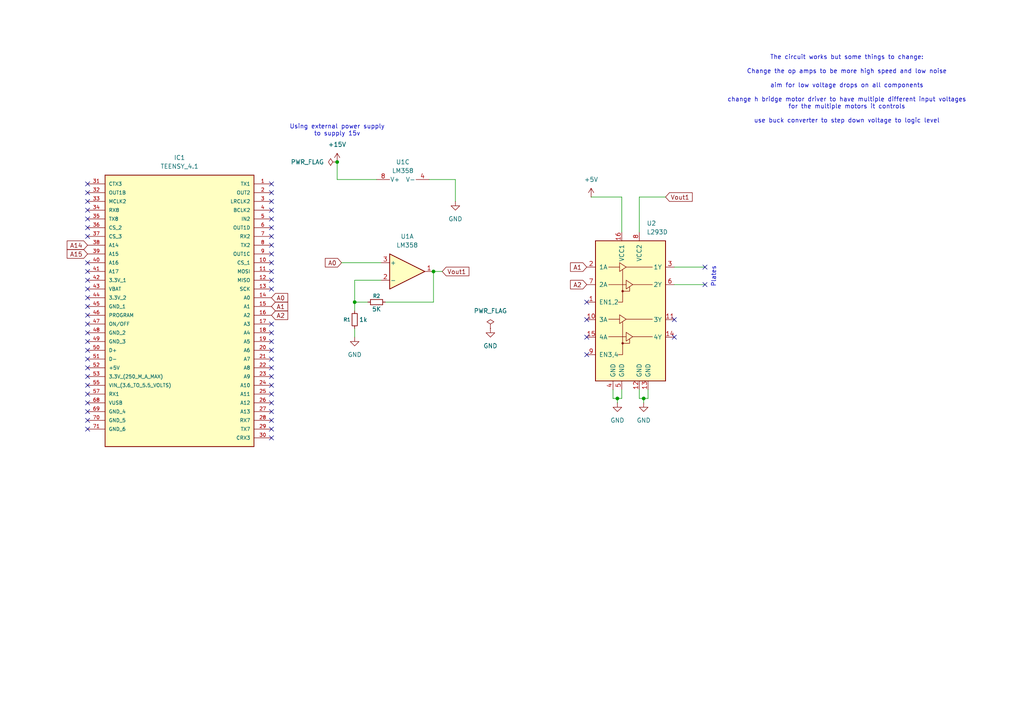
<source format=kicad_sch>
(kicad_sch (version 20250114) (generator "eeschema") (generator_version "9.0")
  (paper "A4")
  (lib_symbols
    (symbol "Amplifier_Operational:LM358" (pin_names (offset 0.127))
      (property "Reference" "U" (at 0 5.08 0))
      (property "Value" "LM358" (at 0 -5.08 0))
      (symbol "LM358_1_1"
        (polyline (pts (xy -5.08 5.08) (xy 5.08 0) (xy -5.08 -5.08) (xy -5.08 5.08)) (stroke (width 0.254)) (fill (type background)))
        (pin input line (at -7.62 2.54 0) (length 2.54) (name "+") (number "3"))
        (pin input line (at -7.62 -2.54 0) (length 2.54) (name "-") (number "2"))
        (pin output line (at 7.62 0 180) (length 2.54) (name "~") (number "1"))
      )
      (symbol "LM358_2_1"
        (polyline (pts (xy -5.08 5.08) (xy 5.08 0) (xy -5.08 -5.08) (xy -5.08 5.08)) (stroke (width 0.254)) (fill (type background)))
        (pin input line (at -7.62 2.54 0) (length 2.54) (name "+") (number "5"))
        (pin input line (at -7.62 -2.54 0) (length 2.54) (name "-") (number "6"))
        (pin output line (at 7.62 0 180) (length 2.54) (name "~") (number "7"))
      )
      (symbol "LM358_3_1"
        (pin power_in line (at -2.54 7.62 270) (length 3.81) (name "V+") (number "8"))
        (pin power_in line (at -2.54 -7.62 90) (length 3.81) (name "V-") (number "4"))
      )
    )
    (symbol "Device:R_Small" (pin_numbers (hide yes)) (pin_names (offset 0.254) (hide yes))
      (property "Reference" "R" (at 0 0 90))
      (property "Value" "R_Small" (at 1.778 0 90))
      (symbol "R_Small_0_1"
        (rectangle (start -0.762 1.778) (end 0.762 -1.778) (stroke (width 0.2032)))
      )
      (symbol "R_Small_1_1"
        (pin passive line (at 0 2.54 270) (length 0.762) (name "~") (number "1"))
        (pin passive line (at 0 -2.54 90) (length 0.762) (name "~") (number "2"))
      )
    )
    (symbol "Driver_Motor:L293D" (pin_names (offset 1.016))
      (property "Reference" "U" (at -5.08 26.035 0))
      (property "Value" "L293D" (at -5.08 24.13 0))
      (symbol "L293D_0_1"
        (rectangle (start -10.16 22.86) (end 10.16 -17.78) (stroke (width 0.254)) (fill (type background)))
        (polyline (pts (xy -6.35 15.24) (xy -3.175 15.24)))
        (polyline (pts (xy -6.35 10.16) (xy -1.27 10.16)))
        (polyline (pts (xy -6.35 0.127) (xy -3.175 0.127)))
        (polyline (pts (xy -6.35 -4.953) (xy -1.27 -4.953)))
        (polyline (pts (xy -3.175 16.51) (xy -3.175 13.97) (xy -1.27 15.24) (xy -3.175 16.51)))
        (polyline (pts (xy -3.175 1.397) (xy -3.175 -1.143) (xy -1.27 0.127) (xy -3.175 1.397)))
        (polyline (pts (xy -2.286 14.478) (xy -2.286 5.08) (xy -3.556 5.08)))
        (circle (center -2.286 8.255) (radius 0.254) (fill (type outline)))
        (polyline (pts (xy -2.286 8.255) (xy -0.254 8.255) (xy -0.254 9.525)))
        (polyline (pts (xy -2.286 -0.635) (xy -2.286 -10.16) (xy -3.556 -10.16)))
        (circle (center -2.286 -6.858) (radius 0.254) (fill (type outline)))
        (polyline (pts (xy -2.286 -6.858) (xy -0.254 -6.858) (xy -0.254 -5.588)))
        (polyline (pts (xy -1.27 15.24) (xy 6.35 15.24)))
        (polyline (pts (xy -1.27 11.43) (xy -1.27 8.89) (xy 0.635 10.16) (xy -1.27 11.43)))
        (polyline (pts (xy -1.27 0.127) (xy 6.35 0.127)))
        (polyline (pts (xy -1.27 -3.683) (xy -1.27 -6.223) (xy 0.635 -4.953) (xy -1.27 -3.683)))
        (polyline (pts (xy 0.635 10.16) (xy 6.35 10.16)))
        (polyline (pts (xy 0.635 -4.953) (xy 6.35 -4.953)))
      )
      (symbol "L293D_1_1"
        (pin input line (at -12.7 15.24 0) (length 2.54) (name "1A") (number "2"))
        (pin input line (at -12.7 10.16 0) (length 2.54) (name "2A") (number "7"))
        (pin input line (at -12.7 5.08 0) (length 2.54) (name "EN1,2") (number "1"))
        (pin input line (at -12.7 0 0) (length 2.54) (name "3A") (number "10"))
        (pin input line (at -12.7 -5.08 0) (length 2.54) (name "4A") (number "15"))
        (pin input line (at -12.7 -10.16 0) (length 2.54) (name "EN3,4") (number "9"))
        (pin power_in line (at -5.08 -20.32 90) (length 2.54) (name "GND") (number "4"))
        (pin power_in line (at -2.54 25.4 270) (length 2.54) (name "VCC1") (number "16"))
        (pin power_in line (at -2.54 -20.32 90) (length 2.54) (name "GND") (number "5"))
        (pin power_in line (at 2.54 25.4 270) (length 2.54) (name "VCC2") (number "8"))
        (pin power_in line (at 2.54 -20.32 90) (length 2.54) (name "GND") (number "12"))
        (pin power_in line (at 5.08 -20.32 90) (length 2.54) (name "GND") (number "13"))
        (pin output line (at 12.7 15.24 180) (length 2.54) (name "1Y") (number "3"))
        (pin output line (at 12.7 10.16 180) (length 2.54) (name "2Y") (number "6"))
        (pin output line (at 12.7 0 180) (length 2.54) (name "3Y") (number "11"))
        (pin output line (at 12.7 -5.08 180) (length 2.54) (name "4Y") (number "14"))
      )
    )
    (symbol "TEENSY_4.1:TEENSY_4.1" (pin_names (offset 1.016))
      (property "Reference" "IC" (at 49.53 7.62 0))
      (property "Value" "TEENSY_4.1" (at 49.53 5.08 0))
      (symbol "TEENSY_4.1_0_0"
        (rectangle (start 5.08 -76.2) (end 48.26 2.54) (stroke (width 0.254)) (fill (type background)))
        (pin bidirectional line (at 0 0 0) (length 5.08) (name "TX1") (number "1"))
        (pin bidirectional line (at 0 -2.54 0) (length 5.08) (name "OUT2") (number "2"))
        (pin bidirectional line (at 0 -5.08 0) (length 5.08) (name "LRCLK2") (number "3"))
        (pin bidirectional line (at 0 -7.62 0) (length 5.08) (name "BCLK2") (number "4"))
        (pin bidirectional line (at 0 -10.16 0) (length 5.08) (name "IN2") (number "5"))
        (pin bidirectional line (at 0 -12.7 0) (length 5.08) (name "OUT1D") (number "6"))
        (pin bidirectional line (at 0 -15.24 0) (length 5.08) (name "RX2") (number "7"))
        (pin bidirectional line (at 0 -17.78 0) (length 5.08) (name "TX2") (number "8"))
        (pin bidirectional line (at 0 -20.32 0) (length 5.08) (name "OUT1C") (number "9"))
        (pin bidirectional line (at 0 -22.86 0) (length 5.08) (name "CS_1") (number "10"))
        (pin bidirectional line (at 0 -25.4 0) (length 5.08) (name "MOSI") (number "11"))
        (pin bidirectional line (at 0 -27.94 0) (length 5.08) (name "MISO") (number "12"))
        (pin bidirectional line (at 0 -30.48 0) (length 5.08) (name "SCK") (number "13"))
        (pin bidirectional line (at 0 -33.02 0) (length 5.08) (name "A0") (number "14"))
        (pin bidirectional line (at 0 -35.56 0) (length 5.08) (name "A1") (number "15"))
        (pin bidirectional line (at 0 -38.1 0) (length 5.08) (name "A2") (number "16"))
        (pin bidirectional line (at 0 -40.64 0) (length 5.08) (name "A3") (number "17"))
        (pin bidirectional line (at 0 -43.18 0) (length 5.08) (name "A4") (number "18"))
        (pin bidirectional line (at 0 -45.72 0) (length 5.08) (name "A5") (number "19"))
        (pin bidirectional line (at 0 -48.26 0) (length 5.08) (name "A6") (number "20"))
        (pin bidirectional line (at 0 -50.8 0) (length 5.08) (name "A7") (number "21"))
        (pin bidirectional line (at 0 -53.34 0) (length 5.08) (name "A8") (number "22"))
        (pin bidirectional line (at 0 -55.88 0) (length 5.08) (name "A9") (number "23"))
        (pin bidirectional line (at 0 -58.42 0) (length 5.08) (name "A10") (number "24"))
        (pin bidirectional line (at 0 -60.96 0) (length 5.08) (name "A11") (number "25"))
        (pin bidirectional line (at 0 -63.5 0) (length 5.08) (name "A12") (number "26"))
        (pin bidirectional line (at 0 -66.04 0) (length 5.08) (name "A13") (number "27"))
        (pin bidirectional line (at 0 -68.58 0) (length 5.08) (name "RX7") (number "28"))
        (pin bidirectional line (at 0 -71.12 0) (length 5.08) (name "TX7") (number "29"))
        (pin bidirectional line (at 0 -73.66 0) (length 5.08) (name "CRX3") (number "30"))
        (pin bidirectional line (at 53.34 0 180) (length 5.08) (name "CTX3") (number "31"))
        (pin bidirectional line (at 53.34 -2.54 180) (length 5.08) (name "OUT1B") (number "32"))
        (pin bidirectional line (at 53.34 -5.08 180) (length 5.08) (name "MCLK2") (number "33"))
        (pin bidirectional line (at 53.34 -7.62 180) (length 5.08) (name "RX8") (number "34"))
        (pin bidirectional line (at 53.34 -10.16 180) (length 5.08) (name "TX8") (number "35"))
        (pin bidirectional line (at 53.34 -12.7 180) (length 5.08) (name "CS_2") (number "36"))
        (pin bidirectional line (at 53.34 -15.24 180) (length 5.08) (name "CS_3") (number "37"))
        (pin bidirectional line (at 53.34 -17.78 180) (length 5.08) (name "A14") (number "38"))
        (pin bidirectional line (at 53.34 -20.32 180) (length 5.08) (name "A15") (number "39"))
        (pin bidirectional line (at 53.34 -22.86 180) (length 5.08) (name "A16") (number "40"))
        (pin bidirectional line (at 53.34 -25.4 180) (length 5.08) (name "A17") (number "41"))
        (pin bidirectional line (at 53.34 -27.94 180) (length 5.08) (name "3.3V_1") (number "42"))
        (pin bidirectional line (at 53.34 -30.48 180) (length 5.08) (name "VBAT") (number "43"))
        (pin bidirectional line (at 53.34 -33.02 180) (length 5.08) (name "3.3V_2") (number "44"))
        (pin bidirectional line (at 53.34 -35.56 180) (length 5.08) (name "GND_1") (number "45"))
        (pin bidirectional line (at 53.34 -38.1 180) (length 5.08) (name "PROGRAM") (number "46"))
        (pin bidirectional line (at 53.34 -40.64 180) (length 5.08) (name "ON/OFF") (number "47"))
        (pin bidirectional line (at 53.34 -43.18 180) (length 5.08) (name "GND_2") (number "48"))
        (pin bidirectional line (at 53.34 -45.72 180) (length 5.08) (name "GND_3") (number "49"))
        (pin bidirectional line (at 53.34 -48.26 180) (length 5.08) (name "D+") (number "50"))
        (pin bidirectional line (at 53.34 -50.8 180) (length 5.08) (name "D-") (number "51"))
        (pin bidirectional line (at 53.34 -53.34 180) (length 5.08) (name "+5V") (number "52"))
        (pin bidirectional line (at 53.34 -55.88 180) (length 5.08) (name "3.3V_(250_M_A_MAX)") (number "53"))
        (pin bidirectional line (at 53.34 -58.42 180) (length 5.08) (name "VIN_(3.6_TO_5.5_VOLTS)") (number "55"))
        (pin bidirectional line (at 53.34 -60.96 180) (length 5.08) (name "RX1") (number "57"))
        (pin bidirectional line (at 53.34 -63.5 180) (length 5.08) (name "VUSB") (number "68"))
        (pin bidirectional line (at 53.34 -66.04 180) (length 5.08) (name "GND_4") (number "69"))
        (pin bidirectional line (at 53.34 -68.58 180) (length 5.08) (name "GND_5") (number "70"))
        (pin bidirectional line (at 53.34 -71.12 180) (length 5.08) (name "GND_6") (number "71"))
      )
    )
    (symbol "power:+15V" (power) (pin_numbers (hide yes)) (pin_names (offset 0) (hide yes))
      (property "Value" "+15V" (at 0 3.556 0))
      (symbol "+15V_0_1"
        (polyline (pts (xy -0.762 1.27) (xy 0 2.54)))
        (polyline (pts (xy 0 2.54) (xy 0.762 1.27)))
        (polyline (pts (xy 0 0) (xy 0 2.54)))
      )
      (symbol "+15V_1_1"
        (pin power_in line (at 0 0 90) (length 0) (name "~") (number "1"))
      )
    )
    (symbol "power:+5V" (power) (pin_numbers (hide yes)) (pin_names (offset 0) (hide yes))
      (property "Value" "+5V" (at 0 3.556 0))
      (symbol "+5V_0_1"
        (polyline (pts (xy -0.762 1.27) (xy 0 2.54)))
        (polyline (pts (xy 0 2.54) (xy 0.762 1.27)))
        (polyline (pts (xy 0 0) (xy 0 2.54)))
      )
      (symbol "+5V_1_1"
        (pin power_in line (at 0 0 90) (length 0) (name "~") (number "1"))
      )
    )
    (symbol "power:GND" (power) (pin_numbers (hide yes)) (pin_names (offset 0) (hide yes))
      (property "Value" "GND" (at 0 -3.81 0))
      (symbol "GND_0_1"
        (polyline (pts (xy 0 0) (xy 0 -1.27) (xy 1.27 -1.27) (xy 0 -2.54) (xy -1.27 -1.27) (xy 0 -1.27)))
      )
      (symbol "GND_1_1"
        (pin power_in line (at 0 0 270) (length 0) (name "~") (number "1"))
      )
    )
    (symbol "power:PWR_FLAG" (power) (pin_numbers (hide yes)) (pin_names (offset 0) (hide yes))
      (property "Value" "PWR_FLAG" (at 0 3.81 0))
      (symbol "PWR_FLAG_0_0"
        (pin power_out line (at 0 0 90) (length 0) (name "~") (number "1"))
      )
      (symbol "PWR_FLAG_0_1"
        (polyline (pts (xy 0 0) (xy 0 1.27) (xy -1.016 1.905) (xy 0 2.54) (xy 1.016 1.905) (xy 0 1.27)))
      )
    )
  )
  (text "Using external power supply\nto supply 15v\n" (at 97.79 37.846 0) (effects (font (size 1.27 1.27))))
  (text "Plates" (at 207.01 80.264 90) (effects (font (size 1.27 1.27))))
  (text "The circuit works but some things to change:\n\nChange the op amps to be more high speed and low noise\n\naim for low voltage drops on all components\n\nchange h bridge motor driver to have multiple different input voltages\nfor the multiple motors it controls\n\nuse buck converter to step down voltage to logic level\n" (at 245.618 25.908 0) (effects (font (size 1.27 1.27))))
  (junction (at 125.73 78.74))
  (junction (at 186.69 115.57))
  (junction (at 102.87 87.63))
  (junction (at 179.07 115.57))
  (junction (at 97.79 46.99))
  (no_connect (at 78.74 53.34))
  (no_connect (at 78.74 76.2))
  (no_connect (at 204.47 77.47))
  (no_connect (at 78.74 114.3))
  (no_connect (at 204.47 82.55))
  (no_connect (at 25.4 76.2))
  (no_connect (at 78.74 60.96))
  (no_connect (at 25.4 53.34))
  (no_connect (at 78.74 93.98))
  (no_connect (at 25.4 55.88))
  (no_connect (at 78.74 119.38))
  (no_connect (at 25.4 114.3))
  (no_connect (at 25.4 81.28))
  (no_connect (at 78.74 63.5))
  (no_connect (at 25.4 124.46))
  (no_connect (at 25.4 109.22))
  (no_connect (at 25.4 63.5))
  (no_connect (at 78.74 106.68))
  (no_connect (at 78.74 58.42))
  (no_connect (at 78.74 78.74))
  (no_connect (at 78.74 111.76))
  (no_connect (at 25.4 83.82))
  (no_connect (at 25.4 119.38))
  (no_connect (at 170.18 92.71))
  (no_connect (at 25.4 93.98))
  (no_connect (at 78.74 73.66))
  (no_connect (at 25.4 88.9))
  (no_connect (at 25.4 91.44))
  (no_connect (at 25.4 121.92))
  (no_connect (at 78.74 104.14))
  (no_connect (at 78.74 66.04))
  (no_connect (at 78.74 116.84))
  (no_connect (at 25.4 101.6))
  (no_connect (at 78.74 127))
  (no_connect (at 78.74 71.12))
  (no_connect (at 25.4 58.42))
  (no_connect (at 78.74 81.28))
  (no_connect (at 78.74 124.46))
  (no_connect (at 78.74 99.06))
  (no_connect (at 25.4 86.36))
  (no_connect (at 25.4 66.04))
  (no_connect (at 195.58 97.79))
  (no_connect (at 25.4 116.84))
  (no_connect (at 78.74 96.52))
  (no_connect (at 25.4 68.58))
  (no_connect (at 170.18 87.63))
  (no_connect (at 78.74 121.92))
  (no_connect (at 25.4 60.96))
  (no_connect (at 25.4 106.68))
  (no_connect (at 25.4 99.06))
  (no_connect (at 78.74 83.82))
  (no_connect (at 170.18 97.79))
  (no_connect (at 78.74 101.6))
  (no_connect (at 25.4 78.74))
  (no_connect (at 78.74 55.88))
  (no_connect (at 170.18 102.87))
  (no_connect (at 25.4 111.76))
  (no_connect (at 25.4 104.14))
  (no_connect (at 78.74 109.22))
  (no_connect (at 25.4 96.52))
  (no_connect (at 195.58 92.71))
  (no_connect (at 78.74 68.58))
  (wire (pts (xy 185.42 113.03) (xy 185.42 115.57)))
  (wire (pts (xy 177.8 115.57) (xy 179.07 115.57)))
  (wire (pts (xy 185.42 115.57) (xy 186.69 115.57)))
  (wire (pts (xy 99.06 76.2) (xy 110.49 76.2)))
  (wire (pts (xy 187.96 115.57) (xy 186.69 115.57)))
  (wire (pts (xy 132.08 52.07) (xy 132.08 58.42)))
  (wire (pts (xy 97.79 52.07) (xy 97.79 46.99)))
  (wire (pts (xy 102.87 81.28) (xy 102.87 87.63)))
  (wire (pts (xy 180.34 113.03) (xy 180.34 115.57)))
  (wire (pts (xy 179.07 116.84) (xy 179.07 115.57)))
  (wire (pts (xy 187.96 113.03) (xy 187.96 115.57)))
  (wire (pts (xy 102.87 87.63) (xy 102.87 90.17)))
  (wire (pts (xy 195.58 77.47) (xy 204.47 77.47)))
  (wire (pts (xy 102.87 95.25) (xy 102.87 97.79)))
  (wire (pts (xy 180.34 57.15) (xy 180.34 67.31)))
  (wire (pts (xy 102.87 81.28) (xy 110.49 81.28)))
  (wire (pts (xy 185.42 57.15) (xy 185.42 67.31)))
  (wire (pts (xy 177.8 113.03) (xy 177.8 115.57)))
  (wire (pts (xy 109.22 52.07) (xy 97.79 52.07)))
  (wire (pts (xy 111.76 87.63) (xy 125.73 87.63)))
  (wire (pts (xy 186.69 116.84) (xy 186.69 115.57)))
  (wire (pts (xy 125.73 87.63) (xy 125.73 78.74)))
  (wire (pts (xy 125.73 78.74) (xy 128.27 78.74)))
  (wire (pts (xy 124.46 52.07) (xy 132.08 52.07)))
  (wire (pts (xy 193.04 57.15) (xy 185.42 57.15)))
  (wire (pts (xy 195.58 82.55) (xy 204.47 82.55)))
  (wire (pts (xy 180.34 115.57) (xy 179.07 115.57)))
  (wire (pts (xy 106.68 87.63) (xy 102.87 87.63)))
  (wire (pts (xy 171.45 57.15) (xy 180.34 57.15)))
  (global_label "A15" (shape input) (at 25.4 73.66 180) (property "Intersheetrefs" "${INTERSHEET_REFS}" (effects (hide yes))))
  (global_label "A1" (shape input) (at 170.18 77.47 180) (property "Intersheetrefs" "${INTERSHEET_REFS}" (effects (hide yes))))
  (global_label "A0" (shape input) (at 99.06 76.2 180) (property "Intersheetrefs" "${INTERSHEET_REFS}" (effects (hide yes))))
  (global_label "A14" (shape input) (at 25.4 71.12 180) (property "Intersheetrefs" "${INTERSHEET_REFS}" (effects (hide yes))))
  (global_label "Vout1" (shape input) (at 128.27 78.74 0) (property "Intersheetrefs" "${INTERSHEET_REFS}" (effects (hide yes))))
  (global_label "A2" (shape input) (at 170.18 82.55 180) (property "Intersheetrefs" "${INTERSHEET_REFS}" (effects (hide yes))))
  (global_label "A0" (shape input) (at 78.74 86.36 0) (property "Intersheetrefs" "${INTERSHEET_REFS}" (effects (hide yes))))
  (global_label "A1" (shape input) (at 78.74 88.9 0) (property "Intersheetrefs" "${INTERSHEET_REFS}" (effects (hide yes))))
  (global_label "A2" (shape input) (at 78.74 91.44 0) (property "Intersheetrefs" "${INTERSHEET_REFS}" (effects (hide yes))))
  (global_label "Vout1" (shape input) (at 193.04 57.15 0) (property "Intersheetrefs" "${INTERSHEET_REFS}" (effects (hide yes))))
  (symbol (lib_id "power:GND") (at 186.69 116.84 0) (unit 1)
    (property "Reference" "#PWR06" (effects (hide yes)))
    (property "Value" "GND" (at 186.69 121.92 0))
    (property "Description" "Power symbol creates a global label with name \"GND\" , ground" (effects (hide yes)))
  )
  (symbol (lib_id "power:PWR_FLAG") (at 97.79 46.99 90) (unit 1)
    (property "Reference" "#FLG02" (effects (hide yes)))
    (property "Value" "PWR_FLAG" (at 93.98 46.9899 90) (effects (justify left)))
    (property "Description" "Special symbol for telling ERC where power comes from" (effects (hide yes)))
  )
  (symbol (lib_id "Device:R_Small") (at 102.87 92.71 0) (unit 1)
    (property "Reference" "R1" (at 99.568 92.71 0) (effects (font (size 1.016 1.016)) (justify left)))
    (property "Value" "1k" (at 104.14 92.71 0) (effects (justify left)))
    (property "Description" "Resistor, small symbol" (effects (hide yes)))
  )
  (symbol (lib_id "power:PWR_FLAG") (at 142.24 95.25 0) (unit 1)
    (property "Reference" "#FLG01" (effects (hide yes)))
    (property "Value" "PWR_FLAG" (at 142.24 90.17 0))
    (property "Description" "Special symbol for telling ERC where power comes from" (effects (hide yes)))
  )
  (symbol (lib_id "power:GND") (at 142.24 95.25 0) (unit 1)
    (property "Reference" "#PWR02" (effects (hide yes)))
    (property "Value" "GND" (at 142.24 100.33 0))
    (property "Description" "Power symbol creates a global label with name \"GND\" , ground" (effects (hide yes)))
  )
  (symbol (lib_id "power:GND") (at 179.07 116.84 0) (unit 1)
    (property "Reference" "#PWR05" (effects (hide yes)))
    (property "Value" "GND" (at 179.07 121.92 0))
    (property "Description" "Power symbol creates a global label with name \"GND\" , ground" (effects (hide yes)))
  )
  (symbol (lib_id "power:+15V") (at 97.79 46.99 0) (unit 1)
    (property "Reference" "#PWR01" (effects (hide yes)))
    (property "Value" "+15V" (at 97.79 41.91 0))
    (property "Description" "Power symbol creates a global label with name \"+15V\"" (effects (hide yes)))
  )
  (symbol (lib_id "Amplifier_Operational:LM358") (at 118.11 78.74 0) (unit 1)
    (property "Reference" "U1" (at 118.11 68.58 0))
    (property "Value" "LM358" (at 118.11 71.12 0))
    (property "Datasheet" "http://www.ti.com/lit/ds/symlink/lm2904-n.pdf" (effects (hide yes)))
    (property "Description" "Low-Power, Dual Operational Amplifiers, DIP-8/SOIC-8/TO-99-8" (effects (hide yes)))
  )
  (symbol (lib_id "power:+5V") (at 171.45 57.15 0) (unit 1)
    (property "Reference" "#PWR07" (effects (hide yes)))
    (property "Value" "+5V" (at 171.45 52.07 0))
    (property "Description" "Power symbol creates a global label with name \"+5V\"" (effects (hide yes)))
  )
  (symbol (lib_id "TEENSY_4.1:TEENSY_4.1") (at 78.74 53.34 0) (mirror y) (unit 1)
    (property "Reference" "IC1" (at 52.07 45.72 0))
    (property "Value" "TEENSY_4.1" (at 52.07 48.26 0))
    (property "Footprint" "TEENSY_4.1:TEENSY41" (effects (hide yes)))
    (property "Manufacturer_Name" "PJRC" (effects (hide yes)))
    (property "MF" "PJRC" (effects (hide yes)))
    (property "Price" "None" (effects (hide yes)))
    (property "Package" "None" (effects (hide yes)))
    (property "Check_prices" "https://www.snapeda.com/parts/Teensy%204.1/PJRC/view-part/?ref=eda" (effects (hide yes)))
    (property "Height" "mm" (effects (hide yes)))
    (property "MP" "Teensy 4.1" (effects (hide yes)))
    (property "SnapEDA_Link" "https://www.snapeda.com/parts/Teensy%204.1/PJRC/view-part/?ref=snap" (effects (hide yes)))
    (property "Availability" "Not in stock" (effects (hide yes)))
    (property "Manufacturer_Part_Number" "TEENSY 4.1" (effects (hide yes)))
  )
  (symbol (lib_id "power:GND") (at 102.87 97.79 0) (unit 1)
    (property "Reference" "#PWR03" (effects (hide yes)))
    (property "Value" "GND" (at 102.87 102.87 0))
    (property "Description" "Power symbol creates a global label with name \"GND\" , ground" (effects (hide yes)))
  )
  (symbol (lib_id "Amplifier_Operational:LM358") (at 116.84 49.53 90) (unit 3)
    (property "Reference" "U1" (at 116.84 46.99 90))
    (property "Value" "LM358" (at 116.84 49.53 90))
    (property "Datasheet" "http://www.ti.com/lit/ds/symlink/lm2904-n.pdf" (effects (hide yes)))
    (property "Description" "Low-Power, Dual Operational Amplifiers, DIP-8/SOIC-8/TO-99-8" (effects (hide yes)))
  )
  (symbol (lib_id "Device:R_Small") (at 109.22 87.63 90) (unit 1)
    (property "Reference" "R2" (at 109.22 85.852 90) (effects (font (size 1.016 1.016))))
    (property "Value" "5K" (at 109.22 89.662 90))
    (property "Description" "Resistor, small symbol" (effects (hide yes)))
  )
  (symbol (lib_id "power:GND") (at 132.08 58.42 0) (unit 1)
    (property "Reference" "#PWR04" (effects (hide yes)))
    (property "Value" "GND" (at 132.08 63.5 0))
    (property "Description" "Power symbol creates a global label with name \"GND\" , ground" (effects (hide yes)))
  )
  (symbol (lib_id "Driver_Motor:L293D") (at 182.88 92.71 0) (unit 1)
    (property "Reference" "U2" (at 187.5633 64.77 0) (effects (justify left)))
    (property "Value" "L293D" (at 187.5633 67.31 0) (effects (justify left)))
    (property "Footprint" "Package_DIP:DIP-16_W7.62mm" (effects (hide yes)))
    (property "Datasheet" "http://www.ti.com/lit/ds/symlink/l293.pdf" (effects (hide yes)))
    (property "Description" "Quadruple Half-H Drivers" (effects (hide yes)))
  )
)
</source>
